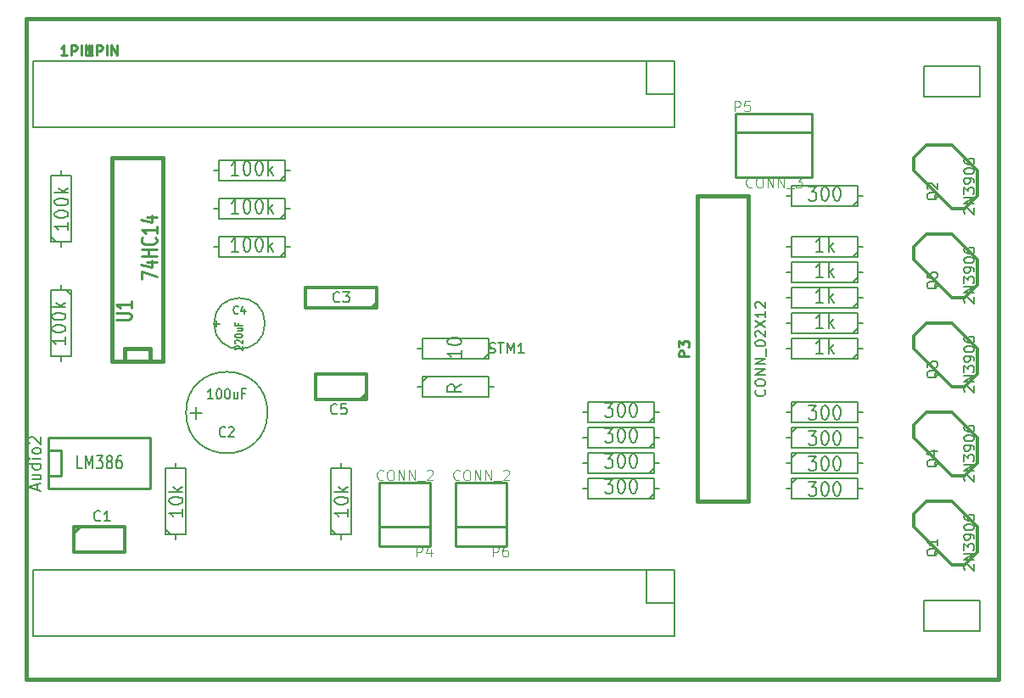
<source format=gto>
G04 (created by PCBNEW (2013-07-07 BZR 4022)-stable) date 6/19/2015 1:27:00 PM*
%MOIN*%
G04 Gerber Fmt 3.4, Leading zero omitted, Abs format*
%FSLAX34Y34*%
G01*
G70*
G90*
G04 APERTURE LIST*
%ADD10C,0.00590551*%
%ADD11C,0.015*%
%ADD12C,0.012*%
%ADD13C,0.008*%
%ADD14C,0.01*%
%ADD15C,0.005*%
%ADD16C,0.0035*%
%ADD17C,0.0108*%
%ADD18C,0.01125*%
%ADD19C,0.0075*%
G04 APERTURE END LIST*
G54D10*
X91900Y-38400D02*
X94100Y-38400D01*
X94100Y-38400D02*
X94100Y-39600D01*
X94100Y-39600D02*
X91900Y-39600D01*
X91900Y-39600D02*
X91900Y-38400D01*
X94100Y-59400D02*
X91900Y-59400D01*
X91900Y-59400D02*
X91900Y-60600D01*
X91900Y-60600D02*
X94100Y-60600D01*
X94100Y-60600D02*
X94100Y-59400D01*
X81000Y-58200D02*
X81000Y-59500D01*
X81000Y-59500D02*
X82100Y-59500D01*
X82100Y-58200D02*
X56900Y-58200D01*
X56900Y-58200D02*
X56900Y-60800D01*
X56900Y-60800D02*
X82100Y-60800D01*
X82100Y-60800D02*
X82100Y-58200D01*
X81000Y-38200D02*
X81000Y-39500D01*
X81000Y-39500D02*
X82100Y-39500D01*
X82100Y-38200D02*
X56900Y-38200D01*
X56900Y-38200D02*
X56900Y-40800D01*
X56900Y-40800D02*
X82100Y-40800D01*
X82100Y-40800D02*
X82100Y-38200D01*
G54D11*
X94814Y-36507D02*
X56625Y-36507D01*
X56625Y-62492D02*
X94814Y-62492D01*
X94814Y-62492D02*
X94814Y-36507D01*
X56625Y-62492D02*
X56625Y-36507D01*
G54D12*
X91500Y-53000D02*
X93000Y-54500D01*
X93000Y-54500D02*
X93500Y-54500D01*
X93500Y-54500D02*
X94000Y-54000D01*
X94000Y-54000D02*
X94000Y-53000D01*
X94000Y-53000D02*
X93000Y-52000D01*
X93000Y-52000D02*
X92000Y-52000D01*
X92000Y-52000D02*
X91500Y-52500D01*
X91500Y-52500D02*
X91500Y-53000D01*
X91500Y-46000D02*
X93000Y-47500D01*
X93000Y-47500D02*
X93500Y-47500D01*
X93500Y-47500D02*
X94000Y-47000D01*
X94000Y-47000D02*
X94000Y-46000D01*
X94000Y-46000D02*
X93000Y-45000D01*
X93000Y-45000D02*
X92000Y-45000D01*
X92000Y-45000D02*
X91500Y-45500D01*
X91500Y-45500D02*
X91500Y-46000D01*
X91500Y-49500D02*
X93000Y-51000D01*
X93000Y-51000D02*
X93500Y-51000D01*
X93500Y-51000D02*
X94000Y-50500D01*
X94000Y-50500D02*
X94000Y-49500D01*
X94000Y-49500D02*
X93000Y-48500D01*
X93000Y-48500D02*
X92000Y-48500D01*
X92000Y-48500D02*
X91500Y-49000D01*
X91500Y-49000D02*
X91500Y-49500D01*
X91500Y-56500D02*
X93000Y-58000D01*
X93000Y-58000D02*
X93500Y-58000D01*
X93500Y-58000D02*
X94000Y-57500D01*
X94000Y-57500D02*
X94000Y-56500D01*
X94000Y-56500D02*
X93000Y-55500D01*
X93000Y-55500D02*
X92000Y-55500D01*
X92000Y-55500D02*
X91500Y-56000D01*
X91500Y-56000D02*
X91500Y-56500D01*
X91500Y-42500D02*
X93000Y-44000D01*
X93000Y-44000D02*
X93500Y-44000D01*
X93500Y-44000D02*
X94000Y-43500D01*
X94000Y-43500D02*
X94000Y-42500D01*
X94000Y-42500D02*
X93000Y-41500D01*
X93000Y-41500D02*
X92000Y-41500D01*
X92000Y-41500D02*
X91500Y-42000D01*
X91500Y-42000D02*
X91500Y-42500D01*
G54D13*
X89500Y-47500D02*
X89300Y-47500D01*
X86500Y-47500D02*
X86700Y-47500D01*
X86700Y-47500D02*
X86700Y-47900D01*
X86700Y-47900D02*
X89300Y-47900D01*
X89300Y-47900D02*
X89300Y-47100D01*
X89300Y-47100D02*
X86700Y-47100D01*
X86700Y-47100D02*
X86700Y-47500D01*
X89300Y-47700D02*
X89100Y-47900D01*
X67000Y-45500D02*
X66800Y-45500D01*
X64000Y-45500D02*
X64200Y-45500D01*
X64200Y-45500D02*
X64200Y-45900D01*
X64200Y-45900D02*
X66800Y-45900D01*
X66800Y-45900D02*
X66800Y-45100D01*
X66800Y-45100D02*
X64200Y-45100D01*
X64200Y-45100D02*
X64200Y-45500D01*
X66800Y-45700D02*
X66600Y-45900D01*
X86500Y-53000D02*
X86700Y-53000D01*
X89500Y-53000D02*
X89300Y-53000D01*
X89300Y-53000D02*
X89300Y-52600D01*
X89300Y-52600D02*
X86700Y-52600D01*
X86700Y-52600D02*
X86700Y-53400D01*
X86700Y-53400D02*
X89300Y-53400D01*
X89300Y-53400D02*
X89300Y-53000D01*
X86700Y-52800D02*
X86900Y-52600D01*
X81500Y-53000D02*
X81300Y-53000D01*
X78500Y-53000D02*
X78700Y-53000D01*
X78700Y-53000D02*
X78700Y-53400D01*
X78700Y-53400D02*
X81300Y-53400D01*
X81300Y-53400D02*
X81300Y-52600D01*
X81300Y-52600D02*
X78700Y-52600D01*
X78700Y-52600D02*
X78700Y-53000D01*
X81300Y-53200D02*
X81100Y-53400D01*
X86500Y-52000D02*
X86700Y-52000D01*
X89500Y-52000D02*
X89300Y-52000D01*
X89300Y-52000D02*
X89300Y-51600D01*
X89300Y-51600D02*
X86700Y-51600D01*
X86700Y-51600D02*
X86700Y-52400D01*
X86700Y-52400D02*
X89300Y-52400D01*
X89300Y-52400D02*
X89300Y-52000D01*
X86700Y-51800D02*
X86900Y-51600D01*
X81500Y-52000D02*
X81300Y-52000D01*
X78500Y-52000D02*
X78700Y-52000D01*
X78700Y-52000D02*
X78700Y-52400D01*
X78700Y-52400D02*
X81300Y-52400D01*
X81300Y-52400D02*
X81300Y-51600D01*
X81300Y-51600D02*
X78700Y-51600D01*
X78700Y-51600D02*
X78700Y-52000D01*
X81300Y-52200D02*
X81100Y-52400D01*
X89500Y-46500D02*
X89300Y-46500D01*
X86500Y-46500D02*
X86700Y-46500D01*
X86700Y-46500D02*
X86700Y-46900D01*
X86700Y-46900D02*
X89300Y-46900D01*
X89300Y-46900D02*
X89300Y-46100D01*
X89300Y-46100D02*
X86700Y-46100D01*
X86700Y-46100D02*
X86700Y-46500D01*
X89300Y-46700D02*
X89100Y-46900D01*
X89500Y-49500D02*
X89300Y-49500D01*
X86500Y-49500D02*
X86700Y-49500D01*
X86700Y-49500D02*
X86700Y-49900D01*
X86700Y-49900D02*
X89300Y-49900D01*
X89300Y-49900D02*
X89300Y-49100D01*
X89300Y-49100D02*
X86700Y-49100D01*
X86700Y-49100D02*
X86700Y-49500D01*
X89300Y-49700D02*
X89100Y-49900D01*
X89500Y-48500D02*
X89300Y-48500D01*
X86500Y-48500D02*
X86700Y-48500D01*
X86700Y-48500D02*
X86700Y-48900D01*
X86700Y-48900D02*
X89300Y-48900D01*
X89300Y-48900D02*
X89300Y-48100D01*
X89300Y-48100D02*
X86700Y-48100D01*
X86700Y-48100D02*
X86700Y-48500D01*
X89300Y-48700D02*
X89100Y-48900D01*
X81500Y-54000D02*
X81300Y-54000D01*
X78500Y-54000D02*
X78700Y-54000D01*
X78700Y-54000D02*
X78700Y-54400D01*
X78700Y-54400D02*
X81300Y-54400D01*
X81300Y-54400D02*
X81300Y-53600D01*
X81300Y-53600D02*
X78700Y-53600D01*
X78700Y-53600D02*
X78700Y-54000D01*
X81300Y-54200D02*
X81100Y-54400D01*
X89500Y-45500D02*
X89300Y-45500D01*
X86500Y-45500D02*
X86700Y-45500D01*
X86700Y-45500D02*
X86700Y-45900D01*
X86700Y-45900D02*
X89300Y-45900D01*
X89300Y-45900D02*
X89300Y-45100D01*
X89300Y-45100D02*
X86700Y-45100D01*
X86700Y-45100D02*
X86700Y-45500D01*
X89300Y-45700D02*
X89100Y-45900D01*
X72000Y-51000D02*
X72200Y-51000D01*
X75000Y-51000D02*
X74800Y-51000D01*
X74800Y-51000D02*
X74800Y-50600D01*
X74800Y-50600D02*
X72200Y-50600D01*
X72200Y-50600D02*
X72200Y-51400D01*
X72200Y-51400D02*
X74800Y-51400D01*
X74800Y-51400D02*
X74800Y-51000D01*
X72200Y-50800D02*
X72400Y-50600D01*
X69000Y-57000D02*
X69000Y-56800D01*
X69000Y-54000D02*
X69000Y-54200D01*
X69000Y-54200D02*
X68600Y-54200D01*
X68600Y-54200D02*
X68600Y-56800D01*
X68600Y-56800D02*
X69400Y-56800D01*
X69400Y-56800D02*
X69400Y-54200D01*
X69400Y-54200D02*
X69000Y-54200D01*
X68800Y-56800D02*
X68600Y-56600D01*
X67000Y-44000D02*
X66800Y-44000D01*
X64000Y-44000D02*
X64200Y-44000D01*
X64200Y-44000D02*
X64200Y-44400D01*
X64200Y-44400D02*
X66800Y-44400D01*
X66800Y-44400D02*
X66800Y-43600D01*
X66800Y-43600D02*
X64200Y-43600D01*
X64200Y-43600D02*
X64200Y-44000D01*
X66800Y-44200D02*
X66600Y-44400D01*
X67000Y-42500D02*
X66800Y-42500D01*
X64000Y-42500D02*
X64200Y-42500D01*
X64200Y-42500D02*
X64200Y-42900D01*
X64200Y-42900D02*
X66800Y-42900D01*
X66800Y-42900D02*
X66800Y-42100D01*
X66800Y-42100D02*
X64200Y-42100D01*
X64200Y-42100D02*
X64200Y-42500D01*
X66800Y-42700D02*
X66600Y-42900D01*
X58000Y-45500D02*
X58000Y-45300D01*
X58000Y-42500D02*
X58000Y-42700D01*
X58000Y-42700D02*
X57600Y-42700D01*
X57600Y-42700D02*
X57600Y-45300D01*
X57600Y-45300D02*
X58400Y-45300D01*
X58400Y-45300D02*
X58400Y-42700D01*
X58400Y-42700D02*
X58000Y-42700D01*
X57800Y-45300D02*
X57600Y-45100D01*
X58000Y-47000D02*
X58000Y-47200D01*
X58000Y-50000D02*
X58000Y-49800D01*
X58000Y-49800D02*
X58400Y-49800D01*
X58400Y-49800D02*
X58400Y-47200D01*
X58400Y-47200D02*
X57600Y-47200D01*
X57600Y-47200D02*
X57600Y-49800D01*
X57600Y-49800D02*
X58000Y-49800D01*
X58200Y-47200D02*
X58400Y-47400D01*
X86500Y-54000D02*
X86700Y-54000D01*
X89500Y-54000D02*
X89300Y-54000D01*
X89300Y-54000D02*
X89300Y-53600D01*
X89300Y-53600D02*
X86700Y-53600D01*
X86700Y-53600D02*
X86700Y-54400D01*
X86700Y-54400D02*
X89300Y-54400D01*
X89300Y-54400D02*
X89300Y-54000D01*
X86700Y-53800D02*
X86900Y-53600D01*
X62500Y-57000D02*
X62500Y-56800D01*
X62500Y-54000D02*
X62500Y-54200D01*
X62500Y-54200D02*
X62100Y-54200D01*
X62100Y-54200D02*
X62100Y-56800D01*
X62100Y-56800D02*
X62900Y-56800D01*
X62900Y-56800D02*
X62900Y-54200D01*
X62900Y-54200D02*
X62500Y-54200D01*
X62300Y-56800D02*
X62100Y-56600D01*
X75000Y-49500D02*
X74800Y-49500D01*
X72000Y-49500D02*
X72200Y-49500D01*
X72200Y-49500D02*
X72200Y-49900D01*
X72200Y-49900D02*
X74800Y-49900D01*
X74800Y-49900D02*
X74800Y-49100D01*
X74800Y-49100D02*
X72200Y-49100D01*
X72200Y-49100D02*
X72200Y-49500D01*
X74800Y-49700D02*
X74600Y-49900D01*
X89500Y-43500D02*
X89300Y-43500D01*
X86500Y-43500D02*
X86700Y-43500D01*
X86700Y-43500D02*
X86700Y-43900D01*
X86700Y-43900D02*
X89300Y-43900D01*
X89300Y-43900D02*
X89300Y-43100D01*
X89300Y-43100D02*
X86700Y-43100D01*
X86700Y-43100D02*
X86700Y-43500D01*
X89300Y-43700D02*
X89100Y-43900D01*
X86500Y-55000D02*
X86700Y-55000D01*
X89500Y-55000D02*
X89300Y-55000D01*
X89300Y-55000D02*
X89300Y-54600D01*
X89300Y-54600D02*
X86700Y-54600D01*
X86700Y-54600D02*
X86700Y-55400D01*
X86700Y-55400D02*
X89300Y-55400D01*
X89300Y-55400D02*
X89300Y-55000D01*
X86700Y-54800D02*
X86900Y-54600D01*
X81500Y-55000D02*
X81300Y-55000D01*
X78500Y-55000D02*
X78700Y-55000D01*
X78700Y-55000D02*
X78700Y-55400D01*
X78700Y-55400D02*
X81300Y-55400D01*
X81300Y-55400D02*
X81300Y-54600D01*
X81300Y-54600D02*
X78700Y-54600D01*
X78700Y-54600D02*
X78700Y-55000D01*
X81300Y-55200D02*
X81100Y-55400D01*
G54D14*
X84500Y-40250D02*
X84500Y-42750D01*
X87500Y-40250D02*
X87500Y-42750D01*
X87500Y-41000D02*
X84500Y-41000D01*
X84500Y-40250D02*
X87500Y-40250D01*
X87500Y-42750D02*
X84500Y-42750D01*
X70500Y-56500D02*
X72500Y-56500D01*
X70500Y-54750D02*
X72500Y-54750D01*
X72500Y-57250D02*
X70500Y-57250D01*
X72500Y-57250D02*
X72500Y-54750D01*
X70500Y-57250D02*
X70500Y-54750D01*
X73500Y-56500D02*
X75500Y-56500D01*
X73500Y-54750D02*
X75500Y-54750D01*
X75500Y-57250D02*
X73500Y-57250D01*
X75500Y-57250D02*
X75500Y-54750D01*
X73500Y-57250D02*
X73500Y-54750D01*
G54D11*
X83000Y-55500D02*
X85000Y-55500D01*
X85000Y-55500D02*
X85000Y-43500D01*
X85000Y-43500D02*
X83000Y-43500D01*
X83000Y-43500D02*
X83000Y-55500D01*
G54D14*
X57500Y-53500D02*
X58000Y-53500D01*
X58000Y-53500D02*
X58000Y-54500D01*
X58000Y-54500D02*
X57500Y-54500D01*
X57500Y-53000D02*
X61500Y-53000D01*
X61500Y-53000D02*
X61500Y-55000D01*
X61500Y-55000D02*
X57500Y-55000D01*
X57500Y-55000D02*
X57500Y-53000D01*
G54D11*
X60000Y-50000D02*
X60000Y-42000D01*
X62000Y-42000D02*
X62000Y-50000D01*
X62000Y-50000D02*
X60000Y-50000D01*
X60500Y-50000D02*
X60500Y-49500D01*
X60500Y-49500D02*
X61500Y-49500D01*
X61500Y-49500D02*
X61500Y-50000D01*
X60000Y-42000D02*
X62000Y-42000D01*
G54D15*
X66001Y-48500D02*
G75*
G03X66001Y-48500I-1001J0D01*
G74*
G01*
G54D12*
X58520Y-56500D02*
X60500Y-56500D01*
X60500Y-56500D02*
X60500Y-57500D01*
X60500Y-57500D02*
X58500Y-57500D01*
X58500Y-57500D02*
X58500Y-56500D01*
X58500Y-56750D02*
X58750Y-56500D01*
G54D13*
X66100Y-52000D02*
G75*
G03X66100Y-52000I-1600J0D01*
G74*
G01*
G54D12*
X70400Y-47900D02*
X67600Y-47900D01*
X67600Y-47900D02*
X67600Y-47100D01*
X67600Y-47100D02*
X70400Y-47100D01*
X70400Y-47100D02*
X70400Y-47900D01*
X70400Y-47700D02*
X70200Y-47900D01*
X69980Y-51500D02*
X68000Y-51500D01*
X68000Y-51500D02*
X68000Y-50500D01*
X68000Y-50500D02*
X70000Y-50500D01*
X70000Y-50500D02*
X70000Y-51500D01*
X70000Y-51250D02*
X69750Y-51500D01*
G54D14*
X58209Y-37961D02*
X57980Y-37961D01*
X58095Y-37961D02*
X58095Y-37561D01*
X58057Y-37619D01*
X58019Y-37657D01*
X57980Y-37676D01*
X58380Y-37961D02*
X58380Y-37561D01*
X58533Y-37561D01*
X58571Y-37580D01*
X58590Y-37600D01*
X58609Y-37638D01*
X58609Y-37695D01*
X58590Y-37733D01*
X58571Y-37752D01*
X58533Y-37771D01*
X58380Y-37771D01*
X58780Y-37961D02*
X58780Y-37561D01*
X58971Y-37961D02*
X58971Y-37561D01*
X59200Y-37961D01*
X59200Y-37561D01*
X59209Y-37961D02*
X58980Y-37961D01*
X59095Y-37961D02*
X59095Y-37561D01*
X59057Y-37619D01*
X59019Y-37657D01*
X58980Y-37676D01*
X59380Y-37961D02*
X59380Y-37561D01*
X59533Y-37561D01*
X59571Y-37580D01*
X59590Y-37600D01*
X59609Y-37638D01*
X59609Y-37695D01*
X59590Y-37733D01*
X59571Y-37752D01*
X59533Y-37771D01*
X59380Y-37771D01*
X59780Y-37961D02*
X59780Y-37561D01*
X59971Y-37961D02*
X59971Y-37561D01*
X60200Y-37961D01*
X60200Y-37561D01*
G54D13*
X74814Y-49642D02*
X74871Y-49661D01*
X74966Y-49661D01*
X75004Y-49642D01*
X75023Y-49623D01*
X75042Y-49585D01*
X75042Y-49547D01*
X75023Y-49509D01*
X75004Y-49490D01*
X74966Y-49471D01*
X74890Y-49452D01*
X74852Y-49433D01*
X74833Y-49414D01*
X74814Y-49376D01*
X74814Y-49338D01*
X74833Y-49300D01*
X74852Y-49280D01*
X74890Y-49261D01*
X74985Y-49261D01*
X75042Y-49280D01*
X75157Y-49261D02*
X75385Y-49261D01*
X75271Y-49661D02*
X75271Y-49261D01*
X75519Y-49661D02*
X75519Y-49261D01*
X75652Y-49547D01*
X75785Y-49261D01*
X75785Y-49661D01*
X76185Y-49661D02*
X75957Y-49661D01*
X76071Y-49661D02*
X76071Y-49261D01*
X76033Y-49319D01*
X75995Y-49357D01*
X75957Y-49376D01*
X92450Y-53838D02*
X92430Y-53876D01*
X92392Y-53914D01*
X92335Y-53971D01*
X92316Y-54009D01*
X92316Y-54047D01*
X92411Y-54028D02*
X92392Y-54066D01*
X92354Y-54104D01*
X92278Y-54123D01*
X92145Y-54123D01*
X92069Y-54104D01*
X92030Y-54066D01*
X92011Y-54028D01*
X92011Y-53952D01*
X92030Y-53914D01*
X92069Y-53876D01*
X92145Y-53857D01*
X92278Y-53857D01*
X92354Y-53876D01*
X92392Y-53914D01*
X92411Y-53952D01*
X92411Y-54028D01*
X92145Y-53514D02*
X92411Y-53514D01*
X91992Y-53609D02*
X92278Y-53704D01*
X92278Y-53457D01*
X93500Y-54685D02*
X93480Y-54666D01*
X93461Y-54628D01*
X93461Y-54533D01*
X93480Y-54495D01*
X93500Y-54476D01*
X93538Y-54457D01*
X93576Y-54457D01*
X93633Y-54476D01*
X93861Y-54704D01*
X93861Y-54457D01*
X93861Y-54285D02*
X93461Y-54285D01*
X93861Y-54057D01*
X93461Y-54057D01*
X93461Y-53904D02*
X93461Y-53657D01*
X93614Y-53790D01*
X93614Y-53733D01*
X93633Y-53695D01*
X93652Y-53676D01*
X93690Y-53657D01*
X93785Y-53657D01*
X93823Y-53676D01*
X93842Y-53695D01*
X93861Y-53733D01*
X93861Y-53847D01*
X93842Y-53885D01*
X93823Y-53904D01*
X93861Y-53466D02*
X93861Y-53390D01*
X93842Y-53352D01*
X93823Y-53333D01*
X93766Y-53295D01*
X93690Y-53276D01*
X93538Y-53276D01*
X93500Y-53295D01*
X93480Y-53314D01*
X93461Y-53352D01*
X93461Y-53428D01*
X93480Y-53466D01*
X93500Y-53485D01*
X93538Y-53504D01*
X93633Y-53504D01*
X93671Y-53485D01*
X93690Y-53466D01*
X93709Y-53428D01*
X93709Y-53352D01*
X93690Y-53314D01*
X93671Y-53295D01*
X93633Y-53276D01*
X93461Y-53028D02*
X93461Y-52990D01*
X93480Y-52952D01*
X93500Y-52933D01*
X93538Y-52914D01*
X93614Y-52895D01*
X93709Y-52895D01*
X93785Y-52914D01*
X93823Y-52933D01*
X93842Y-52952D01*
X93861Y-52990D01*
X93861Y-53028D01*
X93842Y-53066D01*
X93823Y-53085D01*
X93785Y-53104D01*
X93709Y-53123D01*
X93614Y-53123D01*
X93538Y-53104D01*
X93500Y-53085D01*
X93480Y-53066D01*
X93461Y-53028D01*
X93461Y-52552D02*
X93461Y-52628D01*
X93480Y-52666D01*
X93500Y-52685D01*
X93557Y-52723D01*
X93633Y-52742D01*
X93785Y-52742D01*
X93823Y-52723D01*
X93842Y-52704D01*
X93861Y-52666D01*
X93861Y-52590D01*
X93842Y-52552D01*
X93823Y-52533D01*
X93785Y-52514D01*
X93690Y-52514D01*
X93652Y-52533D01*
X93633Y-52552D01*
X93614Y-52590D01*
X93614Y-52666D01*
X93633Y-52704D01*
X93652Y-52723D01*
X93690Y-52742D01*
X92450Y-46838D02*
X92430Y-46876D01*
X92392Y-46914D01*
X92335Y-46971D01*
X92316Y-47009D01*
X92316Y-47047D01*
X92411Y-47028D02*
X92392Y-47066D01*
X92354Y-47104D01*
X92278Y-47123D01*
X92145Y-47123D01*
X92069Y-47104D01*
X92030Y-47066D01*
X92011Y-47028D01*
X92011Y-46952D01*
X92030Y-46914D01*
X92069Y-46876D01*
X92145Y-46857D01*
X92278Y-46857D01*
X92354Y-46876D01*
X92392Y-46914D01*
X92411Y-46952D01*
X92411Y-47028D01*
X92011Y-46495D02*
X92011Y-46685D01*
X92202Y-46704D01*
X92183Y-46685D01*
X92164Y-46647D01*
X92164Y-46552D01*
X92183Y-46514D01*
X92202Y-46495D01*
X92240Y-46476D01*
X92335Y-46476D01*
X92373Y-46495D01*
X92392Y-46514D01*
X92411Y-46552D01*
X92411Y-46647D01*
X92392Y-46685D01*
X92373Y-46704D01*
X93500Y-47685D02*
X93480Y-47666D01*
X93461Y-47628D01*
X93461Y-47533D01*
X93480Y-47495D01*
X93500Y-47476D01*
X93538Y-47457D01*
X93576Y-47457D01*
X93633Y-47476D01*
X93861Y-47704D01*
X93861Y-47457D01*
X93861Y-47285D02*
X93461Y-47285D01*
X93861Y-47057D01*
X93461Y-47057D01*
X93461Y-46904D02*
X93461Y-46657D01*
X93614Y-46790D01*
X93614Y-46733D01*
X93633Y-46695D01*
X93652Y-46676D01*
X93690Y-46657D01*
X93785Y-46657D01*
X93823Y-46676D01*
X93842Y-46695D01*
X93861Y-46733D01*
X93861Y-46847D01*
X93842Y-46885D01*
X93823Y-46904D01*
X93861Y-46466D02*
X93861Y-46390D01*
X93842Y-46352D01*
X93823Y-46333D01*
X93766Y-46295D01*
X93690Y-46276D01*
X93538Y-46276D01*
X93500Y-46295D01*
X93480Y-46314D01*
X93461Y-46352D01*
X93461Y-46428D01*
X93480Y-46466D01*
X93500Y-46485D01*
X93538Y-46504D01*
X93633Y-46504D01*
X93671Y-46485D01*
X93690Y-46466D01*
X93709Y-46428D01*
X93709Y-46352D01*
X93690Y-46314D01*
X93671Y-46295D01*
X93633Y-46276D01*
X93461Y-46028D02*
X93461Y-45990D01*
X93480Y-45952D01*
X93500Y-45933D01*
X93538Y-45914D01*
X93614Y-45895D01*
X93709Y-45895D01*
X93785Y-45914D01*
X93823Y-45933D01*
X93842Y-45952D01*
X93861Y-45990D01*
X93861Y-46028D01*
X93842Y-46066D01*
X93823Y-46085D01*
X93785Y-46104D01*
X93709Y-46123D01*
X93614Y-46123D01*
X93538Y-46104D01*
X93500Y-46085D01*
X93480Y-46066D01*
X93461Y-46028D01*
X93461Y-45552D02*
X93461Y-45628D01*
X93480Y-45666D01*
X93500Y-45685D01*
X93557Y-45723D01*
X93633Y-45742D01*
X93785Y-45742D01*
X93823Y-45723D01*
X93842Y-45704D01*
X93861Y-45666D01*
X93861Y-45590D01*
X93842Y-45552D01*
X93823Y-45533D01*
X93785Y-45514D01*
X93690Y-45514D01*
X93652Y-45533D01*
X93633Y-45552D01*
X93614Y-45590D01*
X93614Y-45666D01*
X93633Y-45704D01*
X93652Y-45723D01*
X93690Y-45742D01*
X92450Y-50338D02*
X92430Y-50376D01*
X92392Y-50414D01*
X92335Y-50471D01*
X92316Y-50509D01*
X92316Y-50547D01*
X92411Y-50528D02*
X92392Y-50566D01*
X92354Y-50604D01*
X92278Y-50623D01*
X92145Y-50623D01*
X92069Y-50604D01*
X92030Y-50566D01*
X92011Y-50528D01*
X92011Y-50452D01*
X92030Y-50414D01*
X92069Y-50376D01*
X92145Y-50357D01*
X92278Y-50357D01*
X92354Y-50376D01*
X92392Y-50414D01*
X92411Y-50452D01*
X92411Y-50528D01*
X92011Y-50223D02*
X92011Y-49976D01*
X92164Y-50109D01*
X92164Y-50052D01*
X92183Y-50014D01*
X92202Y-49995D01*
X92240Y-49976D01*
X92335Y-49976D01*
X92373Y-49995D01*
X92392Y-50014D01*
X92411Y-50052D01*
X92411Y-50166D01*
X92392Y-50204D01*
X92373Y-50223D01*
X93500Y-51185D02*
X93480Y-51166D01*
X93461Y-51128D01*
X93461Y-51033D01*
X93480Y-50995D01*
X93500Y-50976D01*
X93538Y-50957D01*
X93576Y-50957D01*
X93633Y-50976D01*
X93861Y-51204D01*
X93861Y-50957D01*
X93861Y-50785D02*
X93461Y-50785D01*
X93861Y-50557D01*
X93461Y-50557D01*
X93461Y-50404D02*
X93461Y-50157D01*
X93614Y-50290D01*
X93614Y-50233D01*
X93633Y-50195D01*
X93652Y-50176D01*
X93690Y-50157D01*
X93785Y-50157D01*
X93823Y-50176D01*
X93842Y-50195D01*
X93861Y-50233D01*
X93861Y-50347D01*
X93842Y-50385D01*
X93823Y-50404D01*
X93861Y-49966D02*
X93861Y-49890D01*
X93842Y-49852D01*
X93823Y-49833D01*
X93766Y-49795D01*
X93690Y-49776D01*
X93538Y-49776D01*
X93500Y-49795D01*
X93480Y-49814D01*
X93461Y-49852D01*
X93461Y-49928D01*
X93480Y-49966D01*
X93500Y-49985D01*
X93538Y-50004D01*
X93633Y-50004D01*
X93671Y-49985D01*
X93690Y-49966D01*
X93709Y-49928D01*
X93709Y-49852D01*
X93690Y-49814D01*
X93671Y-49795D01*
X93633Y-49776D01*
X93461Y-49528D02*
X93461Y-49490D01*
X93480Y-49452D01*
X93500Y-49433D01*
X93538Y-49414D01*
X93614Y-49395D01*
X93709Y-49395D01*
X93785Y-49414D01*
X93823Y-49433D01*
X93842Y-49452D01*
X93861Y-49490D01*
X93861Y-49528D01*
X93842Y-49566D01*
X93823Y-49585D01*
X93785Y-49604D01*
X93709Y-49623D01*
X93614Y-49623D01*
X93538Y-49604D01*
X93500Y-49585D01*
X93480Y-49566D01*
X93461Y-49528D01*
X93461Y-49052D02*
X93461Y-49128D01*
X93480Y-49166D01*
X93500Y-49185D01*
X93557Y-49223D01*
X93633Y-49242D01*
X93785Y-49242D01*
X93823Y-49223D01*
X93842Y-49204D01*
X93861Y-49166D01*
X93861Y-49090D01*
X93842Y-49052D01*
X93823Y-49033D01*
X93785Y-49014D01*
X93690Y-49014D01*
X93652Y-49033D01*
X93633Y-49052D01*
X93614Y-49090D01*
X93614Y-49166D01*
X93633Y-49204D01*
X93652Y-49223D01*
X93690Y-49242D01*
X92450Y-57338D02*
X92430Y-57376D01*
X92392Y-57414D01*
X92335Y-57471D01*
X92316Y-57509D01*
X92316Y-57547D01*
X92411Y-57528D02*
X92392Y-57566D01*
X92354Y-57604D01*
X92278Y-57623D01*
X92145Y-57623D01*
X92069Y-57604D01*
X92030Y-57566D01*
X92011Y-57528D01*
X92011Y-57452D01*
X92030Y-57414D01*
X92069Y-57376D01*
X92145Y-57357D01*
X92278Y-57357D01*
X92354Y-57376D01*
X92392Y-57414D01*
X92411Y-57452D01*
X92411Y-57528D01*
X92411Y-56976D02*
X92411Y-57204D01*
X92411Y-57090D02*
X92011Y-57090D01*
X92069Y-57128D01*
X92107Y-57166D01*
X92126Y-57204D01*
X93500Y-58185D02*
X93480Y-58166D01*
X93461Y-58128D01*
X93461Y-58033D01*
X93480Y-57995D01*
X93500Y-57976D01*
X93538Y-57957D01*
X93576Y-57957D01*
X93633Y-57976D01*
X93861Y-58204D01*
X93861Y-57957D01*
X93861Y-57785D02*
X93461Y-57785D01*
X93861Y-57557D01*
X93461Y-57557D01*
X93461Y-57404D02*
X93461Y-57157D01*
X93614Y-57290D01*
X93614Y-57233D01*
X93633Y-57195D01*
X93652Y-57176D01*
X93690Y-57157D01*
X93785Y-57157D01*
X93823Y-57176D01*
X93842Y-57195D01*
X93861Y-57233D01*
X93861Y-57347D01*
X93842Y-57385D01*
X93823Y-57404D01*
X93861Y-56966D02*
X93861Y-56890D01*
X93842Y-56852D01*
X93823Y-56833D01*
X93766Y-56795D01*
X93690Y-56776D01*
X93538Y-56776D01*
X93500Y-56795D01*
X93480Y-56814D01*
X93461Y-56852D01*
X93461Y-56928D01*
X93480Y-56966D01*
X93500Y-56985D01*
X93538Y-57004D01*
X93633Y-57004D01*
X93671Y-56985D01*
X93690Y-56966D01*
X93709Y-56928D01*
X93709Y-56852D01*
X93690Y-56814D01*
X93671Y-56795D01*
X93633Y-56776D01*
X93461Y-56528D02*
X93461Y-56490D01*
X93480Y-56452D01*
X93500Y-56433D01*
X93538Y-56414D01*
X93614Y-56395D01*
X93709Y-56395D01*
X93785Y-56414D01*
X93823Y-56433D01*
X93842Y-56452D01*
X93861Y-56490D01*
X93861Y-56528D01*
X93842Y-56566D01*
X93823Y-56585D01*
X93785Y-56604D01*
X93709Y-56623D01*
X93614Y-56623D01*
X93538Y-56604D01*
X93500Y-56585D01*
X93480Y-56566D01*
X93461Y-56528D01*
X93461Y-56052D02*
X93461Y-56128D01*
X93480Y-56166D01*
X93500Y-56185D01*
X93557Y-56223D01*
X93633Y-56242D01*
X93785Y-56242D01*
X93823Y-56223D01*
X93842Y-56204D01*
X93861Y-56166D01*
X93861Y-56090D01*
X93842Y-56052D01*
X93823Y-56033D01*
X93785Y-56014D01*
X93690Y-56014D01*
X93652Y-56033D01*
X93633Y-56052D01*
X93614Y-56090D01*
X93614Y-56166D01*
X93633Y-56204D01*
X93652Y-56223D01*
X93690Y-56242D01*
X92450Y-43338D02*
X92430Y-43376D01*
X92392Y-43414D01*
X92335Y-43471D01*
X92316Y-43509D01*
X92316Y-43547D01*
X92411Y-43528D02*
X92392Y-43566D01*
X92354Y-43604D01*
X92278Y-43623D01*
X92145Y-43623D01*
X92069Y-43604D01*
X92030Y-43566D01*
X92011Y-43528D01*
X92011Y-43452D01*
X92030Y-43414D01*
X92069Y-43376D01*
X92145Y-43357D01*
X92278Y-43357D01*
X92354Y-43376D01*
X92392Y-43414D01*
X92411Y-43452D01*
X92411Y-43528D01*
X92050Y-43204D02*
X92030Y-43185D01*
X92011Y-43147D01*
X92011Y-43052D01*
X92030Y-43014D01*
X92050Y-42995D01*
X92088Y-42976D01*
X92126Y-42976D01*
X92183Y-42995D01*
X92411Y-43223D01*
X92411Y-42976D01*
X93500Y-44185D02*
X93480Y-44166D01*
X93461Y-44128D01*
X93461Y-44033D01*
X93480Y-43995D01*
X93500Y-43976D01*
X93538Y-43957D01*
X93576Y-43957D01*
X93633Y-43976D01*
X93861Y-44204D01*
X93861Y-43957D01*
X93861Y-43785D02*
X93461Y-43785D01*
X93861Y-43557D01*
X93461Y-43557D01*
X93461Y-43404D02*
X93461Y-43157D01*
X93614Y-43290D01*
X93614Y-43233D01*
X93633Y-43195D01*
X93652Y-43176D01*
X93690Y-43157D01*
X93785Y-43157D01*
X93823Y-43176D01*
X93842Y-43195D01*
X93861Y-43233D01*
X93861Y-43347D01*
X93842Y-43385D01*
X93823Y-43404D01*
X93861Y-42966D02*
X93861Y-42890D01*
X93842Y-42852D01*
X93823Y-42833D01*
X93766Y-42795D01*
X93690Y-42776D01*
X93538Y-42776D01*
X93500Y-42795D01*
X93480Y-42814D01*
X93461Y-42852D01*
X93461Y-42928D01*
X93480Y-42966D01*
X93500Y-42985D01*
X93538Y-43004D01*
X93633Y-43004D01*
X93671Y-42985D01*
X93690Y-42966D01*
X93709Y-42928D01*
X93709Y-42852D01*
X93690Y-42814D01*
X93671Y-42795D01*
X93633Y-42776D01*
X93461Y-42528D02*
X93461Y-42490D01*
X93480Y-42452D01*
X93500Y-42433D01*
X93538Y-42414D01*
X93614Y-42395D01*
X93709Y-42395D01*
X93785Y-42414D01*
X93823Y-42433D01*
X93842Y-42452D01*
X93861Y-42490D01*
X93861Y-42528D01*
X93842Y-42566D01*
X93823Y-42585D01*
X93785Y-42604D01*
X93709Y-42623D01*
X93614Y-42623D01*
X93538Y-42604D01*
X93500Y-42585D01*
X93480Y-42566D01*
X93461Y-42528D01*
X93461Y-42052D02*
X93461Y-42128D01*
X93480Y-42166D01*
X93500Y-42185D01*
X93557Y-42223D01*
X93633Y-42242D01*
X93785Y-42242D01*
X93823Y-42223D01*
X93842Y-42204D01*
X93861Y-42166D01*
X93861Y-42090D01*
X93842Y-42052D01*
X93823Y-42033D01*
X93785Y-42014D01*
X93690Y-42014D01*
X93652Y-42033D01*
X93633Y-42052D01*
X93614Y-42090D01*
X93614Y-42166D01*
X93633Y-42204D01*
X93652Y-42223D01*
X93690Y-42242D01*
X87940Y-47672D02*
X87654Y-47672D01*
X87797Y-47672D02*
X87797Y-47122D01*
X87750Y-47201D01*
X87702Y-47253D01*
X87654Y-47279D01*
X88154Y-47672D02*
X88154Y-47122D01*
X88202Y-47463D02*
X88345Y-47672D01*
X88345Y-47305D02*
X88154Y-47515D01*
X64964Y-45672D02*
X64678Y-45672D01*
X64821Y-45672D02*
X64821Y-45122D01*
X64773Y-45201D01*
X64726Y-45253D01*
X64678Y-45279D01*
X65273Y-45122D02*
X65321Y-45122D01*
X65369Y-45148D01*
X65392Y-45175D01*
X65416Y-45227D01*
X65440Y-45332D01*
X65440Y-45463D01*
X65416Y-45567D01*
X65392Y-45620D01*
X65369Y-45646D01*
X65321Y-45672D01*
X65273Y-45672D01*
X65226Y-45646D01*
X65202Y-45620D01*
X65178Y-45567D01*
X65154Y-45463D01*
X65154Y-45332D01*
X65178Y-45227D01*
X65202Y-45175D01*
X65226Y-45148D01*
X65273Y-45122D01*
X65750Y-45122D02*
X65797Y-45122D01*
X65845Y-45148D01*
X65869Y-45175D01*
X65892Y-45227D01*
X65916Y-45332D01*
X65916Y-45463D01*
X65892Y-45567D01*
X65869Y-45620D01*
X65845Y-45646D01*
X65797Y-45672D01*
X65750Y-45672D01*
X65702Y-45646D01*
X65678Y-45620D01*
X65654Y-45567D01*
X65630Y-45463D01*
X65630Y-45332D01*
X65654Y-45227D01*
X65678Y-45175D01*
X65702Y-45148D01*
X65750Y-45122D01*
X66130Y-45672D02*
X66130Y-45122D01*
X66178Y-45463D02*
X66321Y-45672D01*
X66321Y-45305D02*
X66130Y-45515D01*
X87357Y-52722D02*
X87666Y-52722D01*
X87500Y-52932D01*
X87571Y-52932D01*
X87619Y-52958D01*
X87642Y-52984D01*
X87666Y-53036D01*
X87666Y-53167D01*
X87642Y-53220D01*
X87619Y-53246D01*
X87571Y-53272D01*
X87428Y-53272D01*
X87380Y-53246D01*
X87357Y-53220D01*
X87976Y-52722D02*
X88023Y-52722D01*
X88071Y-52748D01*
X88095Y-52775D01*
X88119Y-52827D01*
X88142Y-52932D01*
X88142Y-53063D01*
X88119Y-53167D01*
X88095Y-53220D01*
X88071Y-53246D01*
X88023Y-53272D01*
X87976Y-53272D01*
X87928Y-53246D01*
X87904Y-53220D01*
X87880Y-53167D01*
X87857Y-53063D01*
X87857Y-52932D01*
X87880Y-52827D01*
X87904Y-52775D01*
X87928Y-52748D01*
X87976Y-52722D01*
X88452Y-52722D02*
X88500Y-52722D01*
X88547Y-52748D01*
X88571Y-52775D01*
X88595Y-52827D01*
X88619Y-52932D01*
X88619Y-53063D01*
X88595Y-53167D01*
X88571Y-53220D01*
X88547Y-53246D01*
X88500Y-53272D01*
X88452Y-53272D01*
X88404Y-53246D01*
X88380Y-53220D01*
X88357Y-53167D01*
X88333Y-53063D01*
X88333Y-52932D01*
X88357Y-52827D01*
X88380Y-52775D01*
X88404Y-52748D01*
X88452Y-52722D01*
X79357Y-52622D02*
X79666Y-52622D01*
X79500Y-52832D01*
X79571Y-52832D01*
X79619Y-52858D01*
X79642Y-52884D01*
X79666Y-52936D01*
X79666Y-53067D01*
X79642Y-53120D01*
X79619Y-53146D01*
X79571Y-53172D01*
X79428Y-53172D01*
X79380Y-53146D01*
X79357Y-53120D01*
X79976Y-52622D02*
X80023Y-52622D01*
X80071Y-52648D01*
X80095Y-52675D01*
X80119Y-52727D01*
X80142Y-52832D01*
X80142Y-52963D01*
X80119Y-53067D01*
X80095Y-53120D01*
X80071Y-53146D01*
X80023Y-53172D01*
X79976Y-53172D01*
X79928Y-53146D01*
X79904Y-53120D01*
X79880Y-53067D01*
X79857Y-52963D01*
X79857Y-52832D01*
X79880Y-52727D01*
X79904Y-52675D01*
X79928Y-52648D01*
X79976Y-52622D01*
X80452Y-52622D02*
X80500Y-52622D01*
X80547Y-52648D01*
X80571Y-52675D01*
X80595Y-52727D01*
X80619Y-52832D01*
X80619Y-52963D01*
X80595Y-53067D01*
X80571Y-53120D01*
X80547Y-53146D01*
X80500Y-53172D01*
X80452Y-53172D01*
X80404Y-53146D01*
X80380Y-53120D01*
X80357Y-53067D01*
X80333Y-52963D01*
X80333Y-52832D01*
X80357Y-52727D01*
X80380Y-52675D01*
X80404Y-52648D01*
X80452Y-52622D01*
X87357Y-51722D02*
X87666Y-51722D01*
X87500Y-51932D01*
X87571Y-51932D01*
X87619Y-51958D01*
X87642Y-51984D01*
X87666Y-52036D01*
X87666Y-52167D01*
X87642Y-52220D01*
X87619Y-52246D01*
X87571Y-52272D01*
X87428Y-52272D01*
X87380Y-52246D01*
X87357Y-52220D01*
X87976Y-51722D02*
X88023Y-51722D01*
X88071Y-51748D01*
X88095Y-51775D01*
X88119Y-51827D01*
X88142Y-51932D01*
X88142Y-52063D01*
X88119Y-52167D01*
X88095Y-52220D01*
X88071Y-52246D01*
X88023Y-52272D01*
X87976Y-52272D01*
X87928Y-52246D01*
X87904Y-52220D01*
X87880Y-52167D01*
X87857Y-52063D01*
X87857Y-51932D01*
X87880Y-51827D01*
X87904Y-51775D01*
X87928Y-51748D01*
X87976Y-51722D01*
X88452Y-51722D02*
X88500Y-51722D01*
X88547Y-51748D01*
X88571Y-51775D01*
X88595Y-51827D01*
X88619Y-51932D01*
X88619Y-52063D01*
X88595Y-52167D01*
X88571Y-52220D01*
X88547Y-52246D01*
X88500Y-52272D01*
X88452Y-52272D01*
X88404Y-52246D01*
X88380Y-52220D01*
X88357Y-52167D01*
X88333Y-52063D01*
X88333Y-51932D01*
X88357Y-51827D01*
X88380Y-51775D01*
X88404Y-51748D01*
X88452Y-51722D01*
X79357Y-51622D02*
X79666Y-51622D01*
X79500Y-51832D01*
X79571Y-51832D01*
X79619Y-51858D01*
X79642Y-51884D01*
X79666Y-51936D01*
X79666Y-52067D01*
X79642Y-52120D01*
X79619Y-52146D01*
X79571Y-52172D01*
X79428Y-52172D01*
X79380Y-52146D01*
X79357Y-52120D01*
X79976Y-51622D02*
X80023Y-51622D01*
X80071Y-51648D01*
X80095Y-51675D01*
X80119Y-51727D01*
X80142Y-51832D01*
X80142Y-51963D01*
X80119Y-52067D01*
X80095Y-52120D01*
X80071Y-52146D01*
X80023Y-52172D01*
X79976Y-52172D01*
X79928Y-52146D01*
X79904Y-52120D01*
X79880Y-52067D01*
X79857Y-51963D01*
X79857Y-51832D01*
X79880Y-51727D01*
X79904Y-51675D01*
X79928Y-51648D01*
X79976Y-51622D01*
X80452Y-51622D02*
X80500Y-51622D01*
X80547Y-51648D01*
X80571Y-51675D01*
X80595Y-51727D01*
X80619Y-51832D01*
X80619Y-51963D01*
X80595Y-52067D01*
X80571Y-52120D01*
X80547Y-52146D01*
X80500Y-52172D01*
X80452Y-52172D01*
X80404Y-52146D01*
X80380Y-52120D01*
X80357Y-52067D01*
X80333Y-51963D01*
X80333Y-51832D01*
X80357Y-51727D01*
X80380Y-51675D01*
X80404Y-51648D01*
X80452Y-51622D01*
X87940Y-46672D02*
X87654Y-46672D01*
X87797Y-46672D02*
X87797Y-46122D01*
X87750Y-46201D01*
X87702Y-46253D01*
X87654Y-46279D01*
X88154Y-46672D02*
X88154Y-46122D01*
X88202Y-46463D02*
X88345Y-46672D01*
X88345Y-46305D02*
X88154Y-46515D01*
X87940Y-49672D02*
X87654Y-49672D01*
X87797Y-49672D02*
X87797Y-49122D01*
X87750Y-49201D01*
X87702Y-49253D01*
X87654Y-49279D01*
X88154Y-49672D02*
X88154Y-49122D01*
X88202Y-49463D02*
X88345Y-49672D01*
X88345Y-49305D02*
X88154Y-49515D01*
X87940Y-48672D02*
X87654Y-48672D01*
X87797Y-48672D02*
X87797Y-48122D01*
X87750Y-48201D01*
X87702Y-48253D01*
X87654Y-48279D01*
X88154Y-48672D02*
X88154Y-48122D01*
X88202Y-48463D02*
X88345Y-48672D01*
X88345Y-48305D02*
X88154Y-48515D01*
X79357Y-53622D02*
X79666Y-53622D01*
X79500Y-53832D01*
X79571Y-53832D01*
X79619Y-53858D01*
X79642Y-53884D01*
X79666Y-53936D01*
X79666Y-54067D01*
X79642Y-54120D01*
X79619Y-54146D01*
X79571Y-54172D01*
X79428Y-54172D01*
X79380Y-54146D01*
X79357Y-54120D01*
X79976Y-53622D02*
X80023Y-53622D01*
X80071Y-53648D01*
X80095Y-53675D01*
X80119Y-53727D01*
X80142Y-53832D01*
X80142Y-53963D01*
X80119Y-54067D01*
X80095Y-54120D01*
X80071Y-54146D01*
X80023Y-54172D01*
X79976Y-54172D01*
X79928Y-54146D01*
X79904Y-54120D01*
X79880Y-54067D01*
X79857Y-53963D01*
X79857Y-53832D01*
X79880Y-53727D01*
X79904Y-53675D01*
X79928Y-53648D01*
X79976Y-53622D01*
X80452Y-53622D02*
X80500Y-53622D01*
X80547Y-53648D01*
X80571Y-53675D01*
X80595Y-53727D01*
X80619Y-53832D01*
X80619Y-53963D01*
X80595Y-54067D01*
X80571Y-54120D01*
X80547Y-54146D01*
X80500Y-54172D01*
X80452Y-54172D01*
X80404Y-54146D01*
X80380Y-54120D01*
X80357Y-54067D01*
X80333Y-53963D01*
X80333Y-53832D01*
X80357Y-53727D01*
X80380Y-53675D01*
X80404Y-53648D01*
X80452Y-53622D01*
X87940Y-45672D02*
X87654Y-45672D01*
X87797Y-45672D02*
X87797Y-45122D01*
X87750Y-45201D01*
X87702Y-45253D01*
X87654Y-45279D01*
X88154Y-45672D02*
X88154Y-45122D01*
X88202Y-45463D02*
X88345Y-45672D01*
X88345Y-45305D02*
X88154Y-45515D01*
X73722Y-50895D02*
X73460Y-51061D01*
X73722Y-51180D02*
X73172Y-51180D01*
X73172Y-50990D01*
X73198Y-50942D01*
X73225Y-50919D01*
X73277Y-50895D01*
X73355Y-50895D01*
X73408Y-50919D01*
X73434Y-50942D01*
X73460Y-50990D01*
X73460Y-51180D01*
X69272Y-55797D02*
X69272Y-56083D01*
X69272Y-55940D02*
X68722Y-55940D01*
X68801Y-55988D01*
X68853Y-56035D01*
X68879Y-56083D01*
X68722Y-55488D02*
X68722Y-55440D01*
X68748Y-55392D01*
X68775Y-55369D01*
X68827Y-55345D01*
X68932Y-55321D01*
X69063Y-55321D01*
X69167Y-55345D01*
X69220Y-55369D01*
X69246Y-55392D01*
X69272Y-55440D01*
X69272Y-55488D01*
X69246Y-55535D01*
X69220Y-55559D01*
X69167Y-55583D01*
X69063Y-55607D01*
X68932Y-55607D01*
X68827Y-55583D01*
X68775Y-55559D01*
X68748Y-55535D01*
X68722Y-55488D01*
X69272Y-55107D02*
X68722Y-55107D01*
X69063Y-55059D02*
X69272Y-54916D01*
X68905Y-54916D02*
X69115Y-55107D01*
X64964Y-44172D02*
X64678Y-44172D01*
X64821Y-44172D02*
X64821Y-43622D01*
X64773Y-43701D01*
X64726Y-43753D01*
X64678Y-43779D01*
X65273Y-43622D02*
X65321Y-43622D01*
X65369Y-43648D01*
X65392Y-43675D01*
X65416Y-43727D01*
X65440Y-43832D01*
X65440Y-43963D01*
X65416Y-44067D01*
X65392Y-44120D01*
X65369Y-44146D01*
X65321Y-44172D01*
X65273Y-44172D01*
X65226Y-44146D01*
X65202Y-44120D01*
X65178Y-44067D01*
X65154Y-43963D01*
X65154Y-43832D01*
X65178Y-43727D01*
X65202Y-43675D01*
X65226Y-43648D01*
X65273Y-43622D01*
X65750Y-43622D02*
X65797Y-43622D01*
X65845Y-43648D01*
X65869Y-43675D01*
X65892Y-43727D01*
X65916Y-43832D01*
X65916Y-43963D01*
X65892Y-44067D01*
X65869Y-44120D01*
X65845Y-44146D01*
X65797Y-44172D01*
X65750Y-44172D01*
X65702Y-44146D01*
X65678Y-44120D01*
X65654Y-44067D01*
X65630Y-43963D01*
X65630Y-43832D01*
X65654Y-43727D01*
X65678Y-43675D01*
X65702Y-43648D01*
X65750Y-43622D01*
X66130Y-44172D02*
X66130Y-43622D01*
X66178Y-43963D02*
X66321Y-44172D01*
X66321Y-43805D02*
X66130Y-44015D01*
X64964Y-42672D02*
X64678Y-42672D01*
X64821Y-42672D02*
X64821Y-42122D01*
X64773Y-42201D01*
X64726Y-42253D01*
X64678Y-42279D01*
X65273Y-42122D02*
X65321Y-42122D01*
X65369Y-42148D01*
X65392Y-42175D01*
X65416Y-42227D01*
X65440Y-42332D01*
X65440Y-42463D01*
X65416Y-42567D01*
X65392Y-42620D01*
X65369Y-42646D01*
X65321Y-42672D01*
X65273Y-42672D01*
X65226Y-42646D01*
X65202Y-42620D01*
X65178Y-42567D01*
X65154Y-42463D01*
X65154Y-42332D01*
X65178Y-42227D01*
X65202Y-42175D01*
X65226Y-42148D01*
X65273Y-42122D01*
X65750Y-42122D02*
X65797Y-42122D01*
X65845Y-42148D01*
X65869Y-42175D01*
X65892Y-42227D01*
X65916Y-42332D01*
X65916Y-42463D01*
X65892Y-42567D01*
X65869Y-42620D01*
X65845Y-42646D01*
X65797Y-42672D01*
X65750Y-42672D01*
X65702Y-42646D01*
X65678Y-42620D01*
X65654Y-42567D01*
X65630Y-42463D01*
X65630Y-42332D01*
X65654Y-42227D01*
X65678Y-42175D01*
X65702Y-42148D01*
X65750Y-42122D01*
X66130Y-42672D02*
X66130Y-42122D01*
X66178Y-42463D02*
X66321Y-42672D01*
X66321Y-42305D02*
X66130Y-42515D01*
X58272Y-44535D02*
X58272Y-44821D01*
X58272Y-44678D02*
X57722Y-44678D01*
X57801Y-44726D01*
X57853Y-44773D01*
X57879Y-44821D01*
X57722Y-44226D02*
X57722Y-44178D01*
X57748Y-44130D01*
X57775Y-44107D01*
X57827Y-44083D01*
X57932Y-44059D01*
X58063Y-44059D01*
X58167Y-44083D01*
X58220Y-44107D01*
X58246Y-44130D01*
X58272Y-44178D01*
X58272Y-44226D01*
X58246Y-44273D01*
X58220Y-44297D01*
X58167Y-44321D01*
X58063Y-44345D01*
X57932Y-44345D01*
X57827Y-44321D01*
X57775Y-44297D01*
X57748Y-44273D01*
X57722Y-44226D01*
X57722Y-43749D02*
X57722Y-43702D01*
X57748Y-43654D01*
X57775Y-43630D01*
X57827Y-43607D01*
X57932Y-43583D01*
X58063Y-43583D01*
X58167Y-43607D01*
X58220Y-43630D01*
X58246Y-43654D01*
X58272Y-43702D01*
X58272Y-43749D01*
X58246Y-43797D01*
X58220Y-43821D01*
X58167Y-43845D01*
X58063Y-43869D01*
X57932Y-43869D01*
X57827Y-43845D01*
X57775Y-43821D01*
X57748Y-43797D01*
X57722Y-43749D01*
X58272Y-43369D02*
X57722Y-43369D01*
X58063Y-43321D02*
X58272Y-43178D01*
X57905Y-43178D02*
X58115Y-43369D01*
X58172Y-49035D02*
X58172Y-49321D01*
X58172Y-49178D02*
X57622Y-49178D01*
X57701Y-49226D01*
X57753Y-49273D01*
X57779Y-49321D01*
X57622Y-48726D02*
X57622Y-48678D01*
X57648Y-48630D01*
X57675Y-48607D01*
X57727Y-48583D01*
X57832Y-48559D01*
X57963Y-48559D01*
X58067Y-48583D01*
X58120Y-48607D01*
X58146Y-48630D01*
X58172Y-48678D01*
X58172Y-48726D01*
X58146Y-48773D01*
X58120Y-48797D01*
X58067Y-48821D01*
X57963Y-48845D01*
X57832Y-48845D01*
X57727Y-48821D01*
X57675Y-48797D01*
X57648Y-48773D01*
X57622Y-48726D01*
X57622Y-48249D02*
X57622Y-48202D01*
X57648Y-48154D01*
X57675Y-48130D01*
X57727Y-48107D01*
X57832Y-48083D01*
X57963Y-48083D01*
X58067Y-48107D01*
X58120Y-48130D01*
X58146Y-48154D01*
X58172Y-48202D01*
X58172Y-48249D01*
X58146Y-48297D01*
X58120Y-48321D01*
X58067Y-48345D01*
X57963Y-48369D01*
X57832Y-48369D01*
X57727Y-48345D01*
X57675Y-48321D01*
X57648Y-48297D01*
X57622Y-48249D01*
X58172Y-47869D02*
X57622Y-47869D01*
X57963Y-47821D02*
X58172Y-47678D01*
X57805Y-47678D02*
X58015Y-47869D01*
X87357Y-53722D02*
X87666Y-53722D01*
X87500Y-53932D01*
X87571Y-53932D01*
X87619Y-53958D01*
X87642Y-53984D01*
X87666Y-54036D01*
X87666Y-54167D01*
X87642Y-54220D01*
X87619Y-54246D01*
X87571Y-54272D01*
X87428Y-54272D01*
X87380Y-54246D01*
X87357Y-54220D01*
X87976Y-53722D02*
X88023Y-53722D01*
X88071Y-53748D01*
X88095Y-53775D01*
X88119Y-53827D01*
X88142Y-53932D01*
X88142Y-54063D01*
X88119Y-54167D01*
X88095Y-54220D01*
X88071Y-54246D01*
X88023Y-54272D01*
X87976Y-54272D01*
X87928Y-54246D01*
X87904Y-54220D01*
X87880Y-54167D01*
X87857Y-54063D01*
X87857Y-53932D01*
X87880Y-53827D01*
X87904Y-53775D01*
X87928Y-53748D01*
X87976Y-53722D01*
X88452Y-53722D02*
X88500Y-53722D01*
X88547Y-53748D01*
X88571Y-53775D01*
X88595Y-53827D01*
X88619Y-53932D01*
X88619Y-54063D01*
X88595Y-54167D01*
X88571Y-54220D01*
X88547Y-54246D01*
X88500Y-54272D01*
X88452Y-54272D01*
X88404Y-54246D01*
X88380Y-54220D01*
X88357Y-54167D01*
X88333Y-54063D01*
X88333Y-53932D01*
X88357Y-53827D01*
X88380Y-53775D01*
X88404Y-53748D01*
X88452Y-53722D01*
X62772Y-55797D02*
X62772Y-56083D01*
X62772Y-55940D02*
X62222Y-55940D01*
X62301Y-55988D01*
X62353Y-56035D01*
X62379Y-56083D01*
X62222Y-55488D02*
X62222Y-55440D01*
X62248Y-55392D01*
X62275Y-55369D01*
X62327Y-55345D01*
X62432Y-55321D01*
X62563Y-55321D01*
X62667Y-55345D01*
X62720Y-55369D01*
X62746Y-55392D01*
X62772Y-55440D01*
X62772Y-55488D01*
X62746Y-55535D01*
X62720Y-55559D01*
X62667Y-55583D01*
X62563Y-55607D01*
X62432Y-55607D01*
X62327Y-55583D01*
X62275Y-55559D01*
X62248Y-55535D01*
X62222Y-55488D01*
X62772Y-55107D02*
X62222Y-55107D01*
X62563Y-55059D02*
X62772Y-54916D01*
X62405Y-54916D02*
X62615Y-55107D01*
X73722Y-49545D02*
X73722Y-49830D01*
X73722Y-49688D02*
X73172Y-49688D01*
X73251Y-49735D01*
X73303Y-49783D01*
X73329Y-49830D01*
X73172Y-49235D02*
X73172Y-49188D01*
X73198Y-49140D01*
X73225Y-49116D01*
X73277Y-49092D01*
X73382Y-49069D01*
X73513Y-49069D01*
X73617Y-49092D01*
X73670Y-49116D01*
X73696Y-49140D01*
X73722Y-49188D01*
X73722Y-49235D01*
X73696Y-49283D01*
X73670Y-49307D01*
X73617Y-49330D01*
X73513Y-49354D01*
X73382Y-49354D01*
X73277Y-49330D01*
X73225Y-49307D01*
X73198Y-49283D01*
X73172Y-49235D01*
X87357Y-43122D02*
X87666Y-43122D01*
X87500Y-43332D01*
X87571Y-43332D01*
X87619Y-43358D01*
X87642Y-43384D01*
X87666Y-43436D01*
X87666Y-43567D01*
X87642Y-43620D01*
X87619Y-43646D01*
X87571Y-43672D01*
X87428Y-43672D01*
X87380Y-43646D01*
X87357Y-43620D01*
X87976Y-43122D02*
X88023Y-43122D01*
X88071Y-43148D01*
X88095Y-43175D01*
X88119Y-43227D01*
X88142Y-43332D01*
X88142Y-43463D01*
X88119Y-43567D01*
X88095Y-43620D01*
X88071Y-43646D01*
X88023Y-43672D01*
X87976Y-43672D01*
X87928Y-43646D01*
X87904Y-43620D01*
X87880Y-43567D01*
X87857Y-43463D01*
X87857Y-43332D01*
X87880Y-43227D01*
X87904Y-43175D01*
X87928Y-43148D01*
X87976Y-43122D01*
X88452Y-43122D02*
X88500Y-43122D01*
X88547Y-43148D01*
X88571Y-43175D01*
X88595Y-43227D01*
X88619Y-43332D01*
X88619Y-43463D01*
X88595Y-43567D01*
X88571Y-43620D01*
X88547Y-43646D01*
X88500Y-43672D01*
X88452Y-43672D01*
X88404Y-43646D01*
X88380Y-43620D01*
X88357Y-43567D01*
X88333Y-43463D01*
X88333Y-43332D01*
X88357Y-43227D01*
X88380Y-43175D01*
X88404Y-43148D01*
X88452Y-43122D01*
X87357Y-54722D02*
X87666Y-54722D01*
X87500Y-54932D01*
X87571Y-54932D01*
X87619Y-54958D01*
X87642Y-54984D01*
X87666Y-55036D01*
X87666Y-55167D01*
X87642Y-55220D01*
X87619Y-55246D01*
X87571Y-55272D01*
X87428Y-55272D01*
X87380Y-55246D01*
X87357Y-55220D01*
X87976Y-54722D02*
X88023Y-54722D01*
X88071Y-54748D01*
X88095Y-54775D01*
X88119Y-54827D01*
X88142Y-54932D01*
X88142Y-55063D01*
X88119Y-55167D01*
X88095Y-55220D01*
X88071Y-55246D01*
X88023Y-55272D01*
X87976Y-55272D01*
X87928Y-55246D01*
X87904Y-55220D01*
X87880Y-55167D01*
X87857Y-55063D01*
X87857Y-54932D01*
X87880Y-54827D01*
X87904Y-54775D01*
X87928Y-54748D01*
X87976Y-54722D01*
X88452Y-54722D02*
X88500Y-54722D01*
X88547Y-54748D01*
X88571Y-54775D01*
X88595Y-54827D01*
X88619Y-54932D01*
X88619Y-55063D01*
X88595Y-55167D01*
X88571Y-55220D01*
X88547Y-55246D01*
X88500Y-55272D01*
X88452Y-55272D01*
X88404Y-55246D01*
X88380Y-55220D01*
X88357Y-55167D01*
X88333Y-55063D01*
X88333Y-54932D01*
X88357Y-54827D01*
X88380Y-54775D01*
X88404Y-54748D01*
X88452Y-54722D01*
X79357Y-54622D02*
X79666Y-54622D01*
X79500Y-54832D01*
X79571Y-54832D01*
X79619Y-54858D01*
X79642Y-54884D01*
X79666Y-54936D01*
X79666Y-55067D01*
X79642Y-55120D01*
X79619Y-55146D01*
X79571Y-55172D01*
X79428Y-55172D01*
X79380Y-55146D01*
X79357Y-55120D01*
X79976Y-54622D02*
X80023Y-54622D01*
X80071Y-54648D01*
X80095Y-54675D01*
X80119Y-54727D01*
X80142Y-54832D01*
X80142Y-54963D01*
X80119Y-55067D01*
X80095Y-55120D01*
X80071Y-55146D01*
X80023Y-55172D01*
X79976Y-55172D01*
X79928Y-55146D01*
X79904Y-55120D01*
X79880Y-55067D01*
X79857Y-54963D01*
X79857Y-54832D01*
X79880Y-54727D01*
X79904Y-54675D01*
X79928Y-54648D01*
X79976Y-54622D01*
X80452Y-54622D02*
X80500Y-54622D01*
X80547Y-54648D01*
X80571Y-54675D01*
X80595Y-54727D01*
X80619Y-54832D01*
X80619Y-54963D01*
X80595Y-55067D01*
X80571Y-55120D01*
X80547Y-55146D01*
X80500Y-55172D01*
X80452Y-55172D01*
X80404Y-55146D01*
X80380Y-55120D01*
X80357Y-55067D01*
X80333Y-54963D01*
X80333Y-54832D01*
X80357Y-54727D01*
X80380Y-54675D01*
X80404Y-54648D01*
X80452Y-54622D01*
G54D16*
X84454Y-40161D02*
X84454Y-39761D01*
X84607Y-39761D01*
X84645Y-39780D01*
X84664Y-39800D01*
X84683Y-39838D01*
X84683Y-39895D01*
X84664Y-39933D01*
X84645Y-39952D01*
X84607Y-39971D01*
X84454Y-39971D01*
X85045Y-39761D02*
X84854Y-39761D01*
X84835Y-39952D01*
X84854Y-39933D01*
X84892Y-39914D01*
X84988Y-39914D01*
X85026Y-39933D01*
X85045Y-39952D01*
X85064Y-39990D01*
X85064Y-40085D01*
X85045Y-40123D01*
X85026Y-40142D01*
X84988Y-40161D01*
X84892Y-40161D01*
X84854Y-40142D01*
X84835Y-40123D01*
X85152Y-43123D02*
X85133Y-43142D01*
X85076Y-43161D01*
X85038Y-43161D01*
X84980Y-43142D01*
X84942Y-43104D01*
X84923Y-43066D01*
X84904Y-42990D01*
X84904Y-42933D01*
X84923Y-42857D01*
X84942Y-42819D01*
X84980Y-42780D01*
X85038Y-42761D01*
X85076Y-42761D01*
X85133Y-42780D01*
X85152Y-42800D01*
X85400Y-42761D02*
X85476Y-42761D01*
X85514Y-42780D01*
X85552Y-42819D01*
X85571Y-42895D01*
X85571Y-43028D01*
X85552Y-43104D01*
X85514Y-43142D01*
X85476Y-43161D01*
X85400Y-43161D01*
X85361Y-43142D01*
X85323Y-43104D01*
X85304Y-43028D01*
X85304Y-42895D01*
X85323Y-42819D01*
X85361Y-42780D01*
X85400Y-42761D01*
X85742Y-43161D02*
X85742Y-42761D01*
X85971Y-43161D01*
X85971Y-42761D01*
X86161Y-43161D02*
X86161Y-42761D01*
X86390Y-43161D01*
X86390Y-42761D01*
X86485Y-43200D02*
X86790Y-43200D01*
X86847Y-42761D02*
X87095Y-42761D01*
X86961Y-42914D01*
X87019Y-42914D01*
X87057Y-42933D01*
X87076Y-42952D01*
X87095Y-42990D01*
X87095Y-43085D01*
X87076Y-43123D01*
X87057Y-43142D01*
X87019Y-43161D01*
X86904Y-43161D01*
X86866Y-43142D01*
X86847Y-43123D01*
X71954Y-57661D02*
X71954Y-57261D01*
X72107Y-57261D01*
X72145Y-57280D01*
X72164Y-57300D01*
X72183Y-57338D01*
X72183Y-57395D01*
X72164Y-57433D01*
X72145Y-57452D01*
X72107Y-57471D01*
X71954Y-57471D01*
X72526Y-57395D02*
X72526Y-57661D01*
X72430Y-57242D02*
X72335Y-57528D01*
X72583Y-57528D01*
X70652Y-54623D02*
X70633Y-54642D01*
X70576Y-54661D01*
X70538Y-54661D01*
X70480Y-54642D01*
X70442Y-54604D01*
X70423Y-54566D01*
X70404Y-54490D01*
X70404Y-54433D01*
X70423Y-54357D01*
X70442Y-54319D01*
X70480Y-54280D01*
X70538Y-54261D01*
X70576Y-54261D01*
X70633Y-54280D01*
X70652Y-54300D01*
X70900Y-54261D02*
X70976Y-54261D01*
X71014Y-54280D01*
X71052Y-54319D01*
X71071Y-54395D01*
X71071Y-54528D01*
X71052Y-54604D01*
X71014Y-54642D01*
X70976Y-54661D01*
X70900Y-54661D01*
X70861Y-54642D01*
X70823Y-54604D01*
X70804Y-54528D01*
X70804Y-54395D01*
X70823Y-54319D01*
X70861Y-54280D01*
X70900Y-54261D01*
X71242Y-54661D02*
X71242Y-54261D01*
X71471Y-54661D01*
X71471Y-54261D01*
X71661Y-54661D02*
X71661Y-54261D01*
X71890Y-54661D01*
X71890Y-54261D01*
X71985Y-54700D02*
X72290Y-54700D01*
X72366Y-54300D02*
X72385Y-54280D01*
X72423Y-54261D01*
X72519Y-54261D01*
X72557Y-54280D01*
X72576Y-54300D01*
X72595Y-54338D01*
X72595Y-54376D01*
X72576Y-54433D01*
X72347Y-54661D01*
X72595Y-54661D01*
X74954Y-57661D02*
X74954Y-57261D01*
X75107Y-57261D01*
X75145Y-57280D01*
X75164Y-57300D01*
X75183Y-57338D01*
X75183Y-57395D01*
X75164Y-57433D01*
X75145Y-57452D01*
X75107Y-57471D01*
X74954Y-57471D01*
X75526Y-57261D02*
X75450Y-57261D01*
X75411Y-57280D01*
X75392Y-57300D01*
X75354Y-57357D01*
X75335Y-57433D01*
X75335Y-57585D01*
X75354Y-57623D01*
X75373Y-57642D01*
X75411Y-57661D01*
X75488Y-57661D01*
X75526Y-57642D01*
X75545Y-57623D01*
X75564Y-57585D01*
X75564Y-57490D01*
X75545Y-57452D01*
X75526Y-57433D01*
X75488Y-57414D01*
X75411Y-57414D01*
X75373Y-57433D01*
X75354Y-57452D01*
X75335Y-57490D01*
X73652Y-54623D02*
X73633Y-54642D01*
X73576Y-54661D01*
X73538Y-54661D01*
X73480Y-54642D01*
X73442Y-54604D01*
X73423Y-54566D01*
X73404Y-54490D01*
X73404Y-54433D01*
X73423Y-54357D01*
X73442Y-54319D01*
X73480Y-54280D01*
X73538Y-54261D01*
X73576Y-54261D01*
X73633Y-54280D01*
X73652Y-54300D01*
X73900Y-54261D02*
X73976Y-54261D01*
X74014Y-54280D01*
X74052Y-54319D01*
X74071Y-54395D01*
X74071Y-54528D01*
X74052Y-54604D01*
X74014Y-54642D01*
X73976Y-54661D01*
X73900Y-54661D01*
X73861Y-54642D01*
X73823Y-54604D01*
X73804Y-54528D01*
X73804Y-54395D01*
X73823Y-54319D01*
X73861Y-54280D01*
X73900Y-54261D01*
X74242Y-54661D02*
X74242Y-54261D01*
X74471Y-54661D01*
X74471Y-54261D01*
X74661Y-54661D02*
X74661Y-54261D01*
X74890Y-54661D01*
X74890Y-54261D01*
X74985Y-54700D02*
X75290Y-54700D01*
X75366Y-54300D02*
X75385Y-54280D01*
X75423Y-54261D01*
X75519Y-54261D01*
X75557Y-54280D01*
X75576Y-54300D01*
X75595Y-54338D01*
X75595Y-54376D01*
X75576Y-54433D01*
X75347Y-54661D01*
X75595Y-54661D01*
G54D14*
X82661Y-49795D02*
X82261Y-49795D01*
X82261Y-49642D01*
X82280Y-49604D01*
X82300Y-49585D01*
X82338Y-49566D01*
X82395Y-49566D01*
X82433Y-49585D01*
X82452Y-49604D01*
X82471Y-49642D01*
X82471Y-49795D01*
X82261Y-49433D02*
X82261Y-49185D01*
X82414Y-49319D01*
X82414Y-49261D01*
X82433Y-49223D01*
X82452Y-49204D01*
X82490Y-49185D01*
X82585Y-49185D01*
X82623Y-49204D01*
X82642Y-49223D01*
X82661Y-49261D01*
X82661Y-49376D01*
X82642Y-49414D01*
X82623Y-49433D01*
G54D17*
G54D13*
X85623Y-51109D02*
X85642Y-51128D01*
X85661Y-51185D01*
X85661Y-51223D01*
X85642Y-51280D01*
X85604Y-51319D01*
X85566Y-51338D01*
X85490Y-51357D01*
X85433Y-51357D01*
X85357Y-51338D01*
X85319Y-51319D01*
X85280Y-51280D01*
X85261Y-51223D01*
X85261Y-51185D01*
X85280Y-51128D01*
X85300Y-51109D01*
X85261Y-50861D02*
X85261Y-50785D01*
X85280Y-50747D01*
X85319Y-50709D01*
X85395Y-50690D01*
X85528Y-50690D01*
X85604Y-50709D01*
X85642Y-50747D01*
X85661Y-50785D01*
X85661Y-50861D01*
X85642Y-50899D01*
X85604Y-50938D01*
X85528Y-50957D01*
X85395Y-50957D01*
X85319Y-50938D01*
X85280Y-50899D01*
X85261Y-50861D01*
X85661Y-50519D02*
X85261Y-50519D01*
X85661Y-50290D01*
X85261Y-50290D01*
X85661Y-50099D02*
X85261Y-50099D01*
X85661Y-49871D01*
X85261Y-49871D01*
X85700Y-49776D02*
X85700Y-49471D01*
X85261Y-49299D02*
X85261Y-49261D01*
X85280Y-49223D01*
X85300Y-49204D01*
X85338Y-49185D01*
X85414Y-49166D01*
X85509Y-49166D01*
X85585Y-49185D01*
X85623Y-49204D01*
X85642Y-49223D01*
X85661Y-49261D01*
X85661Y-49299D01*
X85642Y-49338D01*
X85623Y-49357D01*
X85585Y-49376D01*
X85509Y-49395D01*
X85414Y-49395D01*
X85338Y-49376D01*
X85300Y-49357D01*
X85280Y-49338D01*
X85261Y-49299D01*
X85300Y-49014D02*
X85280Y-48995D01*
X85261Y-48957D01*
X85261Y-48861D01*
X85280Y-48823D01*
X85300Y-48804D01*
X85338Y-48785D01*
X85376Y-48785D01*
X85433Y-48804D01*
X85661Y-49033D01*
X85661Y-48785D01*
X85261Y-48652D02*
X85661Y-48385D01*
X85261Y-48385D02*
X85661Y-48652D01*
X85661Y-48023D02*
X85661Y-48252D01*
X85661Y-48138D02*
X85261Y-48138D01*
X85319Y-48176D01*
X85357Y-48214D01*
X85376Y-48252D01*
X85300Y-47871D02*
X85280Y-47852D01*
X85261Y-47814D01*
X85261Y-47719D01*
X85280Y-47680D01*
X85300Y-47661D01*
X85338Y-47642D01*
X85376Y-47642D01*
X85433Y-47661D01*
X85661Y-47890D01*
X85661Y-47642D01*
X57059Y-55039D02*
X57059Y-54825D01*
X57202Y-55082D02*
X56702Y-54932D01*
X57202Y-54782D01*
X56869Y-54439D02*
X57202Y-54439D01*
X56869Y-54632D02*
X57130Y-54632D01*
X57178Y-54610D01*
X57202Y-54567D01*
X57202Y-54503D01*
X57178Y-54460D01*
X57154Y-54439D01*
X57202Y-54032D02*
X56702Y-54032D01*
X57178Y-54032D02*
X57202Y-54075D01*
X57202Y-54160D01*
X57178Y-54203D01*
X57154Y-54225D01*
X57107Y-54246D01*
X56964Y-54246D01*
X56916Y-54225D01*
X56892Y-54203D01*
X56869Y-54160D01*
X56869Y-54075D01*
X56892Y-54032D01*
X57202Y-53817D02*
X56869Y-53817D01*
X56702Y-53817D02*
X56726Y-53839D01*
X56750Y-53817D01*
X56726Y-53796D01*
X56702Y-53817D01*
X56750Y-53817D01*
X57202Y-53539D02*
X57178Y-53582D01*
X57154Y-53603D01*
X57107Y-53625D01*
X56964Y-53625D01*
X56916Y-53603D01*
X56892Y-53582D01*
X56869Y-53539D01*
X56869Y-53475D01*
X56892Y-53432D01*
X56916Y-53410D01*
X56964Y-53389D01*
X57107Y-53389D01*
X57154Y-53410D01*
X57178Y-53432D01*
X57202Y-53475D01*
X57202Y-53539D01*
X56750Y-53217D02*
X56726Y-53196D01*
X56702Y-53153D01*
X56702Y-53046D01*
X56726Y-53003D01*
X56750Y-52982D01*
X56797Y-52960D01*
X56845Y-52960D01*
X56916Y-52982D01*
X57202Y-53239D01*
X57202Y-52960D01*
X58823Y-54202D02*
X58633Y-54202D01*
X58633Y-53702D01*
X58957Y-54202D02*
X58957Y-53702D01*
X59090Y-54059D01*
X59223Y-53702D01*
X59223Y-54202D01*
X59376Y-53702D02*
X59623Y-53702D01*
X59490Y-53892D01*
X59547Y-53892D01*
X59585Y-53916D01*
X59604Y-53940D01*
X59623Y-53988D01*
X59623Y-54107D01*
X59604Y-54154D01*
X59585Y-54178D01*
X59547Y-54202D01*
X59433Y-54202D01*
X59395Y-54178D01*
X59376Y-54154D01*
X59852Y-53916D02*
X59814Y-53892D01*
X59795Y-53869D01*
X59776Y-53821D01*
X59776Y-53797D01*
X59795Y-53750D01*
X59814Y-53726D01*
X59852Y-53702D01*
X59928Y-53702D01*
X59966Y-53726D01*
X59985Y-53750D01*
X60004Y-53797D01*
X60004Y-53821D01*
X59985Y-53869D01*
X59966Y-53892D01*
X59928Y-53916D01*
X59852Y-53916D01*
X59814Y-53940D01*
X59795Y-53964D01*
X59776Y-54011D01*
X59776Y-54107D01*
X59795Y-54154D01*
X59814Y-54178D01*
X59852Y-54202D01*
X59928Y-54202D01*
X59966Y-54178D01*
X59985Y-54154D01*
X60004Y-54107D01*
X60004Y-54011D01*
X59985Y-53964D01*
X59966Y-53940D01*
X59928Y-53916D01*
X60347Y-53702D02*
X60271Y-53702D01*
X60233Y-53726D01*
X60214Y-53750D01*
X60176Y-53821D01*
X60157Y-53916D01*
X60157Y-54107D01*
X60176Y-54154D01*
X60195Y-54178D01*
X60233Y-54202D01*
X60309Y-54202D01*
X60347Y-54178D01*
X60366Y-54154D01*
X60385Y-54107D01*
X60385Y-53988D01*
X60366Y-53940D01*
X60347Y-53916D01*
X60309Y-53892D01*
X60233Y-53892D01*
X60195Y-53916D01*
X60176Y-53940D01*
X60157Y-53988D01*
G54D18*
X60142Y-48342D02*
X60628Y-48342D01*
X60685Y-48321D01*
X60714Y-48300D01*
X60742Y-48257D01*
X60742Y-48171D01*
X60714Y-48128D01*
X60685Y-48107D01*
X60628Y-48085D01*
X60142Y-48085D01*
X60742Y-47635D02*
X60742Y-47892D01*
X60742Y-47764D02*
X60142Y-47764D01*
X60228Y-47807D01*
X60285Y-47850D01*
X60314Y-47892D01*
G54D12*
G54D18*
X61142Y-46753D02*
X61142Y-46453D01*
X61742Y-46646D01*
X61342Y-46089D02*
X61742Y-46089D01*
X61114Y-46196D02*
X61542Y-46303D01*
X61542Y-46024D01*
X61742Y-45853D02*
X61142Y-45853D01*
X61428Y-45853D02*
X61428Y-45596D01*
X61742Y-45596D02*
X61142Y-45596D01*
X61685Y-45124D02*
X61714Y-45146D01*
X61742Y-45210D01*
X61742Y-45253D01*
X61714Y-45317D01*
X61657Y-45360D01*
X61600Y-45382D01*
X61485Y-45403D01*
X61400Y-45403D01*
X61285Y-45382D01*
X61228Y-45360D01*
X61171Y-45317D01*
X61142Y-45253D01*
X61142Y-45210D01*
X61171Y-45146D01*
X61200Y-45124D01*
X61742Y-44696D02*
X61742Y-44953D01*
X61742Y-44824D02*
X61142Y-44824D01*
X61228Y-44867D01*
X61285Y-44910D01*
X61314Y-44953D01*
X61342Y-44310D02*
X61742Y-44310D01*
X61114Y-44417D02*
X61542Y-44525D01*
X61542Y-44246D01*
G54D12*
G54D15*
X64950Y-48093D02*
X64935Y-48108D01*
X64892Y-48122D01*
X64864Y-48122D01*
X64821Y-48108D01*
X64792Y-48079D01*
X64778Y-48051D01*
X64764Y-47993D01*
X64764Y-47951D01*
X64778Y-47893D01*
X64792Y-47865D01*
X64821Y-47836D01*
X64864Y-47822D01*
X64892Y-47822D01*
X64935Y-47836D01*
X64950Y-47851D01*
X65207Y-47922D02*
X65207Y-48122D01*
X65135Y-47808D02*
X65064Y-48022D01*
X65250Y-48022D01*
X64850Y-49529D02*
X64835Y-49517D01*
X64821Y-49494D01*
X64821Y-49434D01*
X64835Y-49410D01*
X64850Y-49398D01*
X64878Y-49386D01*
X64907Y-49386D01*
X64950Y-49398D01*
X65121Y-49541D01*
X65121Y-49386D01*
X64850Y-49291D02*
X64835Y-49279D01*
X64821Y-49255D01*
X64821Y-49196D01*
X64835Y-49172D01*
X64850Y-49160D01*
X64878Y-49148D01*
X64907Y-49148D01*
X64950Y-49160D01*
X65121Y-49303D01*
X65121Y-49148D01*
X64821Y-48994D02*
X64821Y-48970D01*
X64835Y-48946D01*
X64850Y-48934D01*
X64878Y-48922D01*
X64935Y-48910D01*
X65007Y-48910D01*
X65064Y-48922D01*
X65092Y-48934D01*
X65107Y-48946D01*
X65121Y-48970D01*
X65121Y-48994D01*
X65107Y-49017D01*
X65092Y-49029D01*
X65064Y-49041D01*
X65007Y-49053D01*
X64935Y-49053D01*
X64878Y-49041D01*
X64850Y-49029D01*
X64835Y-49017D01*
X64821Y-48994D01*
X64921Y-48696D02*
X65121Y-48696D01*
X64921Y-48803D02*
X65078Y-48803D01*
X65107Y-48791D01*
X65121Y-48767D01*
X65121Y-48732D01*
X65107Y-48708D01*
X65092Y-48696D01*
X64964Y-48494D02*
X64964Y-48577D01*
X65121Y-48577D02*
X64821Y-48577D01*
X64821Y-48458D01*
G54D19*
X63985Y-48507D02*
X64214Y-48507D01*
X64100Y-48621D02*
X64100Y-48392D01*
G54D13*
X59533Y-56223D02*
X59514Y-56242D01*
X59457Y-56261D01*
X59419Y-56261D01*
X59361Y-56242D01*
X59323Y-56204D01*
X59304Y-56166D01*
X59285Y-56090D01*
X59285Y-56033D01*
X59304Y-55957D01*
X59323Y-55919D01*
X59361Y-55880D01*
X59419Y-55861D01*
X59457Y-55861D01*
X59514Y-55880D01*
X59533Y-55900D01*
X59914Y-56261D02*
X59685Y-56261D01*
X59800Y-56261D02*
X59800Y-55861D01*
X59761Y-55919D01*
X59723Y-55957D01*
X59685Y-55976D01*
X64441Y-52923D02*
X64425Y-52942D01*
X64375Y-52961D01*
X64341Y-52961D01*
X64291Y-52942D01*
X64258Y-52904D01*
X64241Y-52866D01*
X64225Y-52790D01*
X64225Y-52733D01*
X64241Y-52657D01*
X64258Y-52619D01*
X64291Y-52580D01*
X64341Y-52561D01*
X64375Y-52561D01*
X64425Y-52580D01*
X64441Y-52600D01*
X64575Y-52600D02*
X64591Y-52580D01*
X64625Y-52561D01*
X64708Y-52561D01*
X64741Y-52580D01*
X64758Y-52600D01*
X64775Y-52638D01*
X64775Y-52676D01*
X64758Y-52733D01*
X64558Y-52961D01*
X64775Y-52961D01*
X63958Y-51462D02*
X63758Y-51462D01*
X63858Y-51462D02*
X63858Y-51062D01*
X63825Y-51120D01*
X63791Y-51158D01*
X63758Y-51177D01*
X64175Y-51062D02*
X64208Y-51062D01*
X64241Y-51081D01*
X64258Y-51101D01*
X64275Y-51139D01*
X64291Y-51215D01*
X64291Y-51310D01*
X64275Y-51386D01*
X64258Y-51424D01*
X64241Y-51443D01*
X64208Y-51462D01*
X64175Y-51462D01*
X64141Y-51443D01*
X64125Y-51424D01*
X64108Y-51386D01*
X64091Y-51310D01*
X64091Y-51215D01*
X64108Y-51139D01*
X64125Y-51101D01*
X64141Y-51081D01*
X64175Y-51062D01*
X64508Y-51062D02*
X64541Y-51062D01*
X64575Y-51081D01*
X64591Y-51101D01*
X64608Y-51139D01*
X64625Y-51215D01*
X64625Y-51310D01*
X64608Y-51386D01*
X64591Y-51424D01*
X64575Y-51443D01*
X64541Y-51462D01*
X64508Y-51462D01*
X64475Y-51443D01*
X64458Y-51424D01*
X64441Y-51386D01*
X64425Y-51310D01*
X64425Y-51215D01*
X64441Y-51139D01*
X64458Y-51101D01*
X64475Y-51081D01*
X64508Y-51062D01*
X64925Y-51196D02*
X64925Y-51462D01*
X64775Y-51196D02*
X64775Y-51405D01*
X64791Y-51443D01*
X64825Y-51462D01*
X64875Y-51462D01*
X64908Y-51443D01*
X64925Y-51424D01*
X65208Y-51253D02*
X65091Y-51253D01*
X65091Y-51462D02*
X65091Y-51062D01*
X65258Y-51062D01*
X63072Y-52014D02*
X63529Y-52014D01*
X63301Y-52242D02*
X63301Y-51785D01*
X68933Y-47623D02*
X68914Y-47642D01*
X68857Y-47661D01*
X68819Y-47661D01*
X68761Y-47642D01*
X68723Y-47604D01*
X68704Y-47566D01*
X68685Y-47490D01*
X68685Y-47433D01*
X68704Y-47357D01*
X68723Y-47319D01*
X68761Y-47280D01*
X68819Y-47261D01*
X68857Y-47261D01*
X68914Y-47280D01*
X68933Y-47300D01*
X69066Y-47261D02*
X69314Y-47261D01*
X69180Y-47414D01*
X69238Y-47414D01*
X69276Y-47433D01*
X69295Y-47452D01*
X69314Y-47490D01*
X69314Y-47585D01*
X69295Y-47623D01*
X69276Y-47642D01*
X69238Y-47661D01*
X69123Y-47661D01*
X69085Y-47642D01*
X69066Y-47623D01*
X68833Y-52023D02*
X68814Y-52042D01*
X68757Y-52061D01*
X68719Y-52061D01*
X68661Y-52042D01*
X68623Y-52004D01*
X68604Y-51966D01*
X68585Y-51890D01*
X68585Y-51833D01*
X68604Y-51757D01*
X68623Y-51719D01*
X68661Y-51680D01*
X68719Y-51661D01*
X68757Y-51661D01*
X68814Y-51680D01*
X68833Y-51700D01*
X69195Y-51661D02*
X69004Y-51661D01*
X68985Y-51852D01*
X69004Y-51833D01*
X69042Y-51814D01*
X69138Y-51814D01*
X69176Y-51833D01*
X69195Y-51852D01*
X69214Y-51890D01*
X69214Y-51985D01*
X69195Y-52023D01*
X69176Y-52042D01*
X69138Y-52061D01*
X69042Y-52061D01*
X69004Y-52042D01*
X68985Y-52023D01*
M02*

</source>
